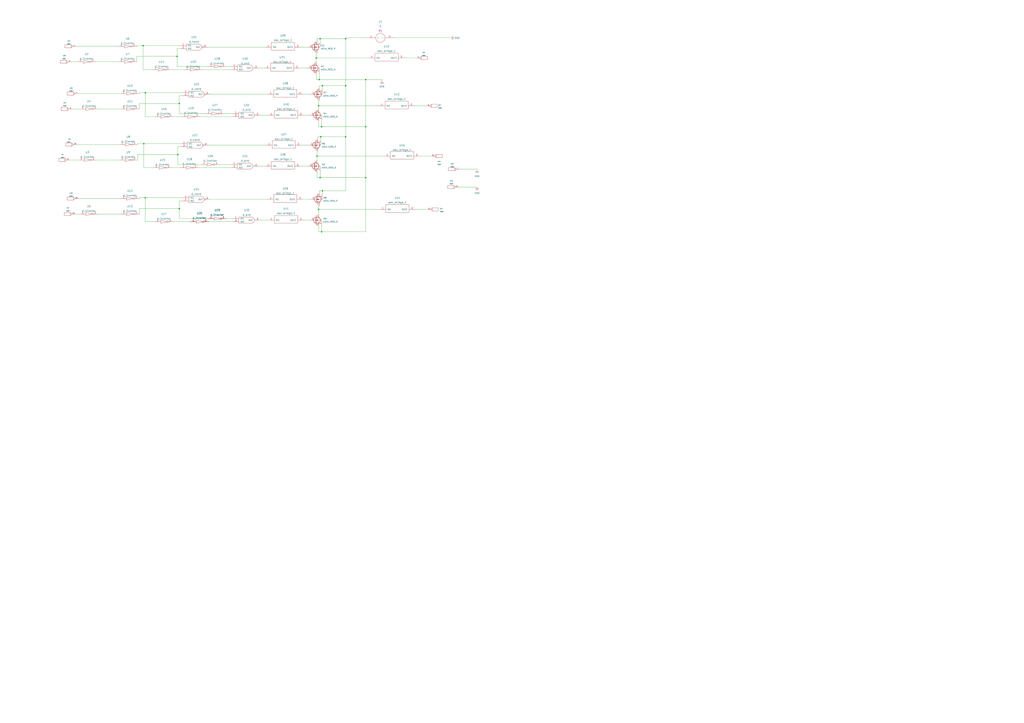
<source format=kicad_sch>
(kicad_sch (version 20211123) (generator eeschema)
  (paper "A1")
  (lib_symbols
    (symbol "eSim_Devices:eSim_MOS_N" (pin_names (offset 0) hide)
      (property "Reference" "M" (at 0 -3.81 0))
      (property "Value" "eSim_MOS_N" (at 2.54 -1.27 0))
      (symbol "eSim_MOS_N_0_1"
        (polyline (pts (xy 3.302 -7.366) (xy 3.302 -6.35)) (stroke (width 0.254)))
        (polyline (pts (xy 3.302 -6.858) (xy 5.08 -6.858)))
        (polyline (pts (xy 3.302 -5.588) (xy 3.302 -4.572)) (stroke (width 0.254)))
        (polyline (pts (xy 3.302 -5.08) (xy 5.08 -5.08)))
        (polyline (pts (xy 3.302 -3.81) (xy 3.302 -2.794)) (stroke (width 0.254)))
        (polyline (pts (xy 3.302 -3.302) (xy 5.08 -3.302)))
        (polyline (pts (xy 5.08 -7.62) (xy 5.08 -6.858)))
        (polyline (pts (xy 5.08 -3.302) (xy 5.08 -2.54)))
        (polyline (pts (xy 2.794 -6.985) (xy 2.794 -3.175) (xy 2.794 -3.175)) (stroke (width 0.254)))
        (polyline (pts (xy 5.08 -5.08) (xy 7.62 -5.08) (xy 7.62 -6.35)))
        (polyline (pts (xy 3.556 -5.08) (xy 4.572 -5.461) (xy 4.572 -4.699) (xy 3.556 -5.08)) (fill (type outline)))
        (circle (center 3.81 -5.08) (radius 2.8194) (stroke (width 0.254)))
      )
      (symbol "eSim_MOS_N_1_1"
        (pin passive line (at 5.08 0 270) (length 2.54) (name "D") (number "1"))
        (pin passive line (at -2.54 -5.08 0) (length 5.334) (name "G") (number "2"))
        (pin passive line (at 5.08 -10.16 90) (length 2.54) (name "S") (number "3"))
        (pin passive line (at 7.62 -8.89 90) (length 2.4892) (name "B") (number "4"))
      )
    )
    (symbol "eSim_Devices:eSim_MOS_P" (pin_names (offset 0) hide)
      (property "Reference" "M" (at -1.27 1.27 0))
      (property "Value" "eSim_MOS_P" (at 1.27 3.81 0))
      (symbol "eSim_MOS_P_0_1"
        (polyline (pts (xy 2.032 -1.778) (xy 3.81 -1.778)))
        (polyline (pts (xy 2.032 -1.27) (xy 2.032 -2.286)) (stroke (width 0.254)))
        (polyline (pts (xy 2.032 0) (xy 3.81 0)))
        (polyline (pts (xy 2.032 0.508) (xy 2.032 -0.508)) (stroke (width 0.254)))
        (polyline (pts (xy 2.032 1.778) (xy 3.81 1.778)))
        (polyline (pts (xy 2.032 2.286) (xy 2.032 1.27)) (stroke (width 0.254)))
        (polyline (pts (xy 3.81 -1.778) (xy 3.81 -2.54)))
        (polyline (pts (xy 3.81 2.54) (xy 3.81 1.778)))
        (polyline (pts (xy 1.524 1.905) (xy 1.524 -1.905) (xy 1.524 -1.905)) (stroke (width 0.254)))
        (polyline (pts (xy 3.81 0) (xy 6.35 0) (xy 6.35 -1.27)))
        (polyline (pts (xy 3.556 0) (xy 2.54 -0.381) (xy 2.54 0.381) (xy 3.556 0)) (fill (type outline)))
        (circle (center 2.54 0) (radius 2.8194) (stroke (width 0.254)))
      )
      (symbol "eSim_MOS_P_1_1"
        (pin passive line (at 3.81 5.08 270) (length 2.54) (name "D") (number "1"))
        (pin passive line (at -3.81 0 0) (length 5.334) (name "G") (number "2"))
        (pin passive line (at 3.81 -5.08 90) (length 2.54) (name "S") (number "3"))
        (pin passive line (at 6.35 -3.81 90) (length 2.54) (name "B") (number "4"))
      )
    )
    (symbol "eSim_Digital:d_and" (pin_names (offset 1.016))
      (property "Reference" "U" (at 0 0 0))
      (property "Value" "d_and" (at 1.27 2.54 0))
      (symbol "d_and_0_1"
        (polyline (pts (xy 3.81 -1.27) (xy -6.35 -1.27) (xy -6.35 3.81) (xy 3.81 3.81)))
        (arc (start 3.81 -1.27) (mid 5.5897 -0.5171) (end 6.35 1.27))
        (arc (start 6.35 1.27) (mid 5.5971 3.0497) (end 3.81 3.81))
      )
      (symbol "d_and_1_1"
        (pin input line (at -11.43 2.54 0) (length 5.08) (name "IN1") (number "1"))
        (pin input line (at -11.43 0 0) (length 5.08) (name "IN2") (number "2"))
        (pin output line (at 11.43 1.27 180) (length 5.08) (name "OUT") (number "3"))
      )
    )
    (symbol "eSim_Digital:d_inverter" (pin_names (offset 1.016))
      (property "Reference" "U" (at 0 -2.54 0))
      (property "Value" "d_inverter" (at 0 3.81 0))
      (symbol "d_inverter_0_1"
        (polyline (pts (xy -2.54 1.27) (xy -2.54 -1.27) (xy 2.54 0) (xy -2.54 1.27)))
      )
      (symbol "d_inverter_1_1"
        (pin input line (at -7.62 0 0) (length 5.08) (name "~") (number "1"))
        (pin output inverted (at 7.62 0 180) (length 5.08) (name "~") (number "2"))
      )
    )
    (symbol "eSim_Digital:d_nand" (pin_names (offset 1.016))
      (property "Reference" "U" (at 0 0 0))
      (property "Value" "d_nand" (at 1.27 2.54 0))
      (symbol "d_nand_0_1"
        (polyline (pts (xy 3.81 -1.27) (xy -6.35 -1.27) (xy -6.35 3.81) (xy 3.81 3.81)))
        (arc (start 3.81 -1.27) (mid 5.5897 -0.5171) (end 6.35 1.27))
        (arc (start 6.35 1.27) (mid 5.5971 3.0497) (end 3.81 3.81))
      )
      (symbol "d_nand_1_1"
        (pin input line (at -11.43 2.54 0) (length 5.08) (name "IN1") (number "1"))
        (pin input line (at -11.43 0 0) (length 5.08) (name "IN2") (number "2"))
        (pin output inverted (at 11.43 1.27 180) (length 5.08) (name "OUT") (number "3"))
      )
    )
    (symbol "eSim_Hybrid:adc_bridge_1" (pin_names (offset 1.016))
      (property "Reference" "U" (at 0 0 0))
      (property "Value" "adc_bridge_1" (at 0 3.81 0))
      (symbol "adc_bridge_1_0_1"
        (rectangle (start -10.16 5.08) (end 8.89 -1.27))
      )
      (symbol "adc_bridge_1_1_1"
        (pin input line (at -15.24 1.27 0) (length 5.08) (name "IN1") (number "1"))
        (pin output line (at 13.97 1.27 180) (length 5.08) (name "OUT1") (number "2"))
      )
    )
    (symbol "eSim_Hybrid:dac_bridge_1" (pin_names (offset 1.016))
      (property "Reference" "U" (at 0 0 0))
      (property "Value" "dac_bridge_1" (at 0 3.81 0))
      (symbol "dac_bridge_1_0_1"
        (rectangle (start -10.16 5.08) (end 8.89 -1.27))
      )
      (symbol "dac_bridge_1_1_1"
        (pin input line (at -15.24 1.27 0) (length 5.08) (name "IN1") (number "1"))
        (pin output line (at 13.97 1.27 180) (length 5.08) (name "OUT1") (number "2"))
      )
    )
    (symbol "eSim_Miscellaneous:PORT" (pin_names (offset 1.016))
      (property "Reference" "U" (at 1.27 2.54 0))
      (property "Value" "PORT" (at 0 0 0))
      (symbol "PORT_0_1"
        (rectangle (start -2.54 1.27) (end 2.54 -1.27))
        (arc (start 2.54 1.27) (mid 3.1355 0.5955) (end 3.81 0))
        (arc (start 3.81 0) (mid 3.1447 -0.6046) (end 2.54 -1.27))
      )
      (symbol "PORT_1_1"
        (pin bidirectional line (at 6.35 0 180) (length 2.54) (name "~") (number "1"))
      )
      (symbol "PORT_2_1"
        (pin bidirectional line (at 6.35 0 180) (length 2.54) (name "~") (number "2"))
      )
      (symbol "PORT_3_1"
        (pin bidirectional line (at 6.35 0 180) (length 2.54) (name "~") (number "3"))
      )
      (symbol "PORT_4_1"
        (pin bidirectional line (at 6.35 0 180) (length 2.54) (name "~") (number "4"))
      )
      (symbol "PORT_5_1"
        (pin bidirectional line (at 6.35 0 180) (length 2.54) (name "~") (number "5"))
      )
      (symbol "PORT_6_1"
        (pin bidirectional line (at 6.35 0 180) (length 2.54) (name "~") (number "6"))
      )
      (symbol "PORT_7_1"
        (pin bidirectional line (at 6.35 0 180) (length 2.54) (name "~") (number "7"))
      )
      (symbol "PORT_8_1"
        (pin bidirectional line (at 6.35 0 180) (length 2.54) (name "~") (number "8"))
      )
      (symbol "PORT_9_1"
        (pin bidirectional line (at 6.35 0 180) (length 2.54) (name "~") (number "9"))
      )
      (symbol "PORT_10_1"
        (pin bidirectional line (at 6.35 0 180) (length 2.54) (name "~") (number "10"))
      )
      (symbol "PORT_11_1"
        (pin bidirectional line (at 6.35 0 180) (length 2.54) (name "~") (number "11"))
      )
      (symbol "PORT_12_1"
        (pin bidirectional line (at 6.35 0 180) (length 2.54) (name "~") (number "12"))
      )
      (symbol "PORT_13_1"
        (pin bidirectional line (at 6.35 0 180) (length 2.54) (name "~") (number "13"))
      )
      (symbol "PORT_14_1"
        (pin bidirectional line (at 6.35 0 180) (length 2.54) (name "~") (number "14"))
      )
      (symbol "PORT_15_1"
        (pin bidirectional line (at 6.35 0 180) (length 2.54) (name "~") (number "15"))
      )
      (symbol "PORT_16_1"
        (pin bidirectional line (at 6.35 0 180) (length 2.54) (name "~") (number "16"))
      )
      (symbol "PORT_17_1"
        (pin bidirectional line (at 6.35 0 180) (length 2.54) (name "~") (number "17"))
      )
      (symbol "PORT_18_1"
        (pin bidirectional line (at 6.35 0 180) (length 2.54) (name "~") (number "18"))
      )
      (symbol "PORT_19_1"
        (pin bidirectional line (at 6.35 0 180) (length 2.54) (name "~") (number "19"))
      )
      (symbol "PORT_20_1"
        (pin bidirectional line (at 6.35 0 180) (length 2.54) (name "~") (number "20"))
      )
      (symbol "PORT_21_1"
        (pin bidirectional line (at 6.35 0 180) (length 2.54) (name "~") (number "21"))
      )
      (symbol "PORT_22_1"
        (pin bidirectional line (at 6.35 0 180) (length 2.54) (name "~") (number "22"))
      )
      (symbol "PORT_23_1"
        (pin bidirectional line (at 6.35 0 180) (length 2.54) (name "~") (number "23"))
      )
      (symbol "PORT_24_1"
        (pin bidirectional line (at 6.35 0 180) (length 2.54) (name "~") (number "24"))
      )
      (symbol "PORT_25_1"
        (pin bidirectional line (at 6.35 0 180) (length 2.54) (name "~") (number "25"))
      )
      (symbol "PORT_26_1"
        (pin bidirectional line (at 6.35 0 180) (length 2.54) (name "~") (number "26"))
      )
    )
    (symbol "eSim_Power:eSim_GND" (power) (pin_names (offset 0))
      (property "Value" "eSim_GND" (at 0 -3.81 0))
      (symbol "eSim_GND_0_1"
        (polyline (pts (xy 0 0) (xy 0 -1.27) (xy 1.27 -1.27) (xy 0 -2.54) (xy -1.27 -1.27) (xy 0 -1.27)))
      )
      (symbol "eSim_GND_1_1"
        (pin power_in line (at 0 0 270) (length 0) hide (name "GND") (number "1"))
      )
    )
    (symbol "eSim_Sources:DC" (pin_names (offset 1.016))
      (property "Reference" "v" (at -5.08 2.54 0))
      (property "Value" "DC" (at -5.08 -1.27 0))
      (property "Footprint" "R1" (at -7.62 0 0))
      (symbol "DC_0_1"
        (circle (center 0 0) (radius 3.81))
      )
      (symbol "DC_1_1"
        (pin power_out line (at 0 11.43 270) (length 7.62) (name "+") (number "1"))
        (pin bidirectional line (at 0 -11.43 90) (length 7.62) (name "-") (number "2"))
      )
    )
  )
  (junction (at 119.38 76.2))
  (junction (at 261.62 86.995))
  (junction (at 118.11 118.11))
  (junction (at 259.715 47.625))
  (junction (at 264.16 104.14))
  (junction (at 147.32 171.45))
  (junction (at 264.795 70.485))
  (junction (at 264.16 190.5))
  (junction (at 260.35 128.27))
  (junction (at 117.475 37.465))
  (junction (at 119.38 162.56))
  (junction (at 264.795 156.845))
  (junction (at 147.32 85.09))
  (junction (at 263.525 112.395))
  (junction (at 283.845 112.395))
  (junction (at 283.845 70.485))
  (junction (at 146.05 127))
  (junction (at 262.255 65.405))
  (junction (at 262.89 146.05))
  (junction (at 261.62 172.085))
  (junction (at 300.355 104.14))
  (junction (at 300.355 146.05))
  (junction (at 262.89 31.75))
  (junction (at 300.355 65.405))
  (junction (at 283.845 31.75))
  (junction (at 145.415 46.355))
  (wire (pts (xy 163.195 137.795) (xy 189.865 137.795)))
  (wire (pts (xy 261.62 190.5) (xy 264.16 190.5)))
  (wire (pts (xy 180.34 135.255) (xy 189.865 135.255)))
  (wire (pts (xy 283.845 31.75) (xy 283.845 70.485)))
  (wire (pts (xy 261.62 86.995) (xy 311.15 86.995)))
  (wire (pts (xy 146.05 120.65) (xy 148.59 120.65)))
  (wire (pts (xy 125.095 57.15) (xy 117.475 57.15)))
  (wire (pts (xy 114.3 171.45) (xy 147.32 171.45)))
  (wire (pts (xy 146.05 135.255) (xy 165.1 135.255)))
  (wire (pts (xy 147.32 165.1) (xy 149.86 165.1)))
  (wire (pts (xy 171.45 182.245) (xy 191.135 182.245)))
  (wire (pts (xy 145.415 40.005) (xy 147.955 40.005)))
  (wire (pts (xy 261.62 104.14) (xy 264.16 104.14)))
  (wire (pts (xy 164.465 95.885) (xy 191.135 95.885)))
  (wire (pts (xy 62.865 118.745) (xy 97.79 118.745)))
  (wire (pts (xy 61.595 175.895) (xy 65.405 175.895)))
  (wire (pts (xy 146.05 135.255) (xy 146.05 127)))
  (wire (pts (xy 80.645 175.895) (xy 99.06 175.895)))
  (wire (pts (xy 260.35 128.27) (xy 260.35 124.46)))
  (wire (pts (xy 323.85 31.115) (xy 370.205 31.115)))
  (wire (pts (xy 264.795 73.66) (xy 264.795 70.485)))
  (wire (pts (xy 112.395 37.465) (xy 112.395 38.1)))
  (wire (pts (xy 259.715 47.625) (xy 259.715 43.815)))
  (wire (pts (xy 260.35 128.27) (xy 315.595 128.27)))
  (wire (pts (xy 340.995 172.085) (xy 351.155 172.085)))
  (wire (pts (xy 147.32 179.705) (xy 147.32 171.45)))
  (wire (pts (xy 118.11 118.11) (xy 113.03 118.11)))
  (wire (pts (xy 112.395 50.8) (xy 112.395 46.355)))
  (wire (pts (xy 283.845 70.485) (xy 283.845 112.395)))
  (wire (pts (xy 300.355 65.405) (xy 300.355 104.14)))
  (wire (pts (xy 249.555 94.615) (xy 254 94.615)))
  (wire (pts (xy 263.525 112.395) (xy 260.985 112.395)))
  (wire (pts (xy 113.03 127) (xy 146.05 127)))
  (wire (pts (xy 148.59 118.11) (xy 118.11 118.11)))
  (wire (pts (xy 170.815 38.735) (xy 217.805 38.735)))
  (wire (pts (xy 80.645 89.535) (xy 99.06 89.535)))
  (wire (pts (xy 260.35 141.605) (xy 260.35 146.05)))
  (wire (pts (xy 247.65 119.38) (xy 253.365 119.38)))
  (wire (pts (xy 125.73 137.795) (xy 118.11 137.795)))
  (wire (pts (xy 262.89 31.75) (xy 260.35 31.75)))
  (wire (pts (xy 117.475 37.465) (xy 112.395 37.465)))
  (wire (pts (xy 261.62 89.535) (xy 261.62 86.995)))
  (wire (pts (xy 264.16 104.14) (xy 300.355 104.14)))
  (wire (pts (xy 283.845 31.115) (xy 283.845 31.75)))
  (wire (pts (xy 213.995 94.615) (xy 220.345 94.615)))
  (wire (pts (xy 300.355 146.05) (xy 300.355 190.5)))
  (wire (pts (xy 119.38 76.2) (xy 114.3 76.2)))
  (wire (pts (xy 146.05 127) (xy 146.05 120.65)))
  (wire (pts (xy 127 95.885) (xy 119.38 95.885)))
  (wire (pts (xy 142.24 95.885) (xy 149.225 95.885)))
  (wire (pts (xy 261.62 186.055) (xy 261.62 190.5)))
  (wire (pts (xy 145.415 54.61) (xy 145.415 46.355)))
  (wire (pts (xy 172.72 163.83) (xy 219.71 163.83)))
  (wire (pts (xy 262.255 156.845) (xy 262.255 158.75)))
  (wire (pts (xy 118.11 137.795) (xy 118.11 118.11)))
  (wire (pts (xy 261.62 172.085) (xy 311.785 172.085)))
  (wire (pts (xy 261.62 86.995) (xy 261.62 82.55)))
  (wire (pts (xy 264.16 104.14) (xy 264.16 98.425)))
  (wire (pts (xy 79.375 131.445) (xy 97.79 131.445)))
  (wire (pts (xy 113.03 131.445) (xy 113.03 127)))
  (wire (pts (xy 264.795 70.485) (xy 262.255 70.485)))
  (wire (pts (xy 147.32 85.09) (xy 147.32 78.74)))
  (wire (pts (xy 261.62 175.895) (xy 261.62 172.085)))
  (wire (pts (xy 114.3 85.09) (xy 147.32 85.09)))
  (wire (pts (xy 248.92 77.47) (xy 254.635 77.47)))
  (wire (pts (xy 300.355 104.14) (xy 300.355 146.05)))
  (wire (pts (xy 332.105 47.625) (xy 342.265 47.625)))
  (wire (pts (xy 145.415 46.355) (xy 145.415 40.005)))
  (wire (pts (xy 259.715 60.96) (xy 259.715 65.405)))
  (wire (pts (xy 260.985 112.395) (xy 260.985 114.3)))
  (wire (pts (xy 149.86 76.2) (xy 119.38 76.2)))
  (wire (pts (xy 300.99 31.115) (xy 283.845 31.115)))
  (wire (pts (xy 64.135 76.835) (xy 99.06 76.835)))
  (wire (pts (xy 261.62 99.695) (xy 261.62 104.14)))
  (wire (pts (xy 259.715 65.405) (xy 262.255 65.405)))
  (wire (pts (xy 247.015 38.735) (xy 252.73 38.735)))
  (wire (pts (xy 391.795 139.065) (xy 377.19 139.065)))
  (wire (pts (xy 78.74 50.8) (xy 97.155 50.8)))
  (wire (pts (xy 261.62 82.55) (xy 262.255 82.55)))
  (wire (pts (xy 114.3 89.535) (xy 114.3 85.09)))
  (wire (pts (xy 212.725 136.525) (xy 217.805 136.525)))
  (wire (pts (xy 59.055 89.535) (xy 65.405 89.535)))
  (wire (pts (xy 344.805 128.27) (xy 354.33 128.27)))
  (wire (pts (xy 62.23 38.1) (xy 97.155 38.1)))
  (wire (pts (xy 261.62 172.085) (xy 261.62 168.91)))
  (wire (pts (xy 119.38 95.885) (xy 119.38 76.2)))
  (wire (pts (xy 212.725 55.88) (xy 217.17 55.88)))
  (wire (pts (xy 249.555 180.975) (xy 254 180.975)))
  (wire (pts (xy 340.36 86.995) (xy 350.52 86.995)))
  (wire (pts (xy 113.03 118.11) (xy 113.03 118.745)))
  (wire (pts (xy 114.3 76.2) (xy 114.3 76.835)))
  (wire (pts (xy 264.795 160.02) (xy 264.795 156.845)))
  (wire (pts (xy 263.525 112.395) (xy 283.845 112.395)))
  (wire (pts (xy 140.97 137.795) (xy 147.955 137.795)))
  (wire (pts (xy 142.24 182.245) (xy 156.21 182.245)))
  (wire (pts (xy 166.37 57.15) (xy 189.865 57.15)))
  (wire (pts (xy 262.255 70.485) (xy 262.255 72.39)))
  (wire (pts (xy 57.15 131.445) (xy 64.135 131.445)))
  (wire (pts (xy 58.42 50.8) (xy 63.5 50.8)))
  (wire (pts (xy 117.475 57.15) (xy 117.475 37.465)))
  (wire (pts (xy 261.62 168.91) (xy 262.255 168.91)))
  (wire (pts (xy 119.38 162.56) (xy 114.3 162.56)))
  (wire (pts (xy 64.135 163.195) (xy 99.06 163.195)))
  (wire (pts (xy 172.72 77.47) (xy 219.71 77.47)))
  (wire (pts (xy 283.845 112.395) (xy 283.845 156.845)))
  (wire (pts (xy 140.335 57.15) (xy 151.13 57.15)))
  (wire (pts (xy 313.69 66.675) (xy 313.69 65.405)))
  (wire (pts (xy 184.15 93.345) (xy 191.135 93.345)))
  (wire (pts (xy 145.415 54.61) (xy 170.815 54.61)))
  (wire (pts (xy 127 182.245) (xy 119.38 182.245)))
  (wire (pts (xy 259.715 50.8) (xy 259.715 47.625)))
  (wire (pts (xy 376.555 153.67) (xy 391.795 153.67)))
  (wire (pts (xy 262.255 65.405) (xy 262.255 59.69)))
  (wire (pts (xy 262.89 31.75) (xy 283.845 31.75)))
  (wire (pts (xy 313.69 65.405) (xy 300.355 65.405)))
  (wire (pts (xy 147.32 179.705) (xy 170.815 179.705)))
  (wire (pts (xy 149.86 162.56) (xy 119.38 162.56)))
  (wire (pts (xy 260.35 31.75) (xy 260.35 33.655)))
  (wire (pts (xy 186.055 54.61) (xy 189.865 54.61)))
  (wire (pts (xy 283.845 156.845) (xy 264.795 156.845)))
  (wire (pts (xy 260.35 124.46) (xy 260.985 124.46)))
  (wire (pts (xy 264.795 156.845) (xy 262.255 156.845)))
  (wire (pts (xy 246.38 55.88) (xy 252.095 55.88)))
  (wire (pts (xy 300.355 190.5) (xy 264.16 190.5)))
  (wire (pts (xy 114.3 175.895) (xy 114.3 171.45)))
  (wire (pts (xy 186.055 179.705) (xy 191.135 179.705)))
  (wire (pts (xy 391.795 139.7) (xy 391.795 139.065)))
  (wire (pts (xy 248.92 163.83) (xy 254.635 163.83)))
  (wire (pts (xy 171.45 119.38) (xy 218.44 119.38)))
  (wire (pts (xy 147.32 93.345) (xy 168.91 93.345)))
  (wire (pts (xy 264.795 70.485) (xy 283.845 70.485)))
  (wire (pts (xy 262.89 146.05) (xy 262.89 140.335)))
  (wire (pts (xy 262.89 34.925) (xy 262.89 31.75)))
  (wire (pts (xy 262.255 65.405) (xy 300.355 65.405)))
  (wire (pts (xy 119.38 182.245) (xy 119.38 162.56)))
  (wire (pts (xy 247.015 136.525) (xy 252.73 136.525)))
  (wire (pts (xy 147.32 93.345) (xy 147.32 85.09)))
  (wire (pts (xy 147.955 37.465) (xy 117.475 37.465)))
  (wire (pts (xy 259.715 47.625) (xy 302.895 47.625)))
  (wire (pts (xy 260.35 146.05) (xy 262.89 146.05)))
  (wire (pts (xy 114.3 162.56) (xy 114.3 163.195)))
  (wire (pts (xy 112.395 46.355) (xy 145.415 46.355)))
  (wire (pts (xy 259.715 43.815) (xy 260.35 43.815)))
  (wire (pts (xy 147.32 78.74) (xy 149.86 78.74)))
  (wire (pts (xy 264.16 190.5) (xy 264.16 184.785)))
  (wire (pts (xy 263.525 115.57) (xy 263.525 112.395)))
  (wire (pts (xy 262.89 146.05) (xy 300.355 146.05)))
  (wire (pts (xy 213.995 180.975) (xy 220.345 180.975)))
  (wire (pts (xy 147.32 171.45) (xy 147.32 165.1)))
  (wire (pts (xy 260.35 131.445) (xy 260.35 128.27)))
  (symbol (lib_id "eSim_Devices:eSim_MOS_P") (at 256.54 38.735 0) (mirror x) (unit 1)
    (property "Reference" "M3" (at 263.525 37.4649 0) (effects (justify left)))
    (property "Value" "eSim_MOS_P" (at 263.525 40.0049 0) (effects (justify left)))
  )
  (symbol (lib_id "eSim_Hybrid:dac_bridge_1") (at 234.95 78.74 0) (unit 1)
    (property "Reference" "U38" (at 234.315 68.58 0) (effects (font (size 1.524 1.524))))
    (property "Value" "dac_bridge_1" (at 234.315 72.39 0) (effects (font (size 1.524 1.524))))
  )
  (symbol (lib_id "eSim_Miscellaneous:PORT") (at 357.505 172.085 0) (mirror y) (unit 11)
    (property "Reference" "U1" (at 361.315 171.45 0) (effects (font (size 0.762 0.762)) (justify right)))
    (property "Value" "PORT" (at 361.315 173.99 0) (effects (font (size 0.762 0.762)) (justify right)))
  )
  (symbol (lib_id "eSim_Sources:DC") (at 312.42 31.115 90) (unit 1)
    (property "Reference" "v1" (at 312.42 17.78 90) (effects (font (size 1.524 1.524))))
    (property "Value" "5" (at 312.42 21.59 90) (effects (font (size 1.524 1.524))))
    (property "Footprint" "R1" (at 312.42 25.4 90) (effects (font (size 1.524 1.524))))
  )
  (symbol (lib_id "eSim_Hybrid:dac_bridge_1") (at 233.045 137.795 0) (unit 1)
    (property "Reference" "U36" (at 232.41 127 0) (effects (font (size 1.524 1.524))))
    (property "Value" "dac_bridge_1" (at 232.41 130.81 0) (effects (font (size 1.524 1.524))))
  )
  (symbol (lib_id "eSim_Miscellaneous:PORT") (at 52.705 89.535 0) (unit 5)
    (property "Reference" "U1" (at 53.34 84.455 0) (effects (font (size 0.762 0.762))))
    (property "Value" "PORT" (at 53.34 86.995 0) (effects (font (size 0.762 0.762))))
  )
  (symbol (lib_id "eSim_Power:eSim_GND") (at 313.69 66.675 0) (unit 1)
    (property "Reference" "#PWR01" (effects hide))
    (property "Value" "eSim_GND" (at 313.69 71.12 0))
  )
  (symbol (lib_id "eSim_Devices:eSim_MOS_P") (at 258.445 163.83 0) (mirror x) (unit 1)
    (property "Reference" "M8" (at 265.43 162.5599 0) (effects (justify left)))
    (property "Value" "eSim_MOS_P" (at 265.43 165.0999 0) (effects (justify left)))
  )
  (symbol (lib_id "eSim_Miscellaneous:PORT") (at 370.205 153.67 0) (unit 14)
    (property "Reference" "U1" (at 370.84 148.59 0) (effects (font (size 0.762 0.762))))
    (property "Value" "PORT" (at 370.84 151.13 0) (effects (font (size 0.762 0.762))))
  )
  (symbol (lib_id "eSim_Digital:d_inverter") (at 104.775 38.1 0) (unit 1)
    (property "Reference" "U6" (at 104.775 31.75 0) (effects (font (size 1.524 1.524))))
    (property "Value" "d_inverter" (at 104.775 35.56 0) (effects (font (size 1.524 1.524))))
  )
  (symbol (lib_id "eSim_Digital:d_inverter") (at 105.41 118.745 0) (unit 1)
    (property "Reference" "U8" (at 105.41 112.395 0) (effects (font (size 1.524 1.524))))
    (property "Value" "d_inverter" (at 105.41 116.205 0) (effects (font (size 1.524 1.524))))
  )
  (symbol (lib_id "eSim_Digital:d_nand") (at 159.385 40.005 0) (unit 1)
    (property "Reference" "U21" (at 159.385 30.48 0) (effects (font (size 1.524 1.524))))
    (property "Value" "d_nand" (at 159.385 34.29 0) (effects (font (size 1.524 1.524))))
  )
  (symbol (lib_id "eSim_Digital:d_inverter") (at 156.845 95.885 0) (unit 1)
    (property "Reference" "U19" (at 156.845 88.9 0) (effects (font (size 1.524 1.524))))
    (property "Value" "d_inverter" (at 156.845 92.71 0) (effects (font (size 1.524 1.524))))
  )
  (symbol (lib_id "eSim_Hybrid:adc_bridge_1") (at 326.39 88.265 0) (unit 1)
    (property "Reference" "U43" (at 325.755 77.47 0) (effects (font (size 1.524 1.524))))
    (property "Value" "adc_bridge_1" (at 325.755 81.28 0) (effects (font (size 1.524 1.524))))
  )
  (symbol (lib_id "eSim_Digital:d_inverter") (at 104.775 50.8 0) (unit 1)
    (property "Reference" "U7" (at 104.775 44.45 0) (effects (font (size 1.524 1.524))))
    (property "Value" "d_inverter" (at 104.775 48.26 0) (effects (font (size 1.524 1.524))))
  )
  (symbol (lib_id "eSim_Digital:d_and") (at 201.295 137.795 0) (unit 1)
    (property "Reference" "U31" (at 201.295 128.27 0) (effects (font (size 1.524 1.524))))
    (property "Value" "d_and" (at 201.295 132.08 0) (effects (font (size 1.524 1.524))))
  )
  (symbol (lib_id "eSim_Miscellaneous:PORT") (at 55.245 175.895 0) (unit 12)
    (property "Reference" "U1" (at 55.88 170.815 0) (effects (font (size 0.762 0.762))))
    (property "Value" "PORT" (at 55.88 173.355 0) (effects (font (size 0.762 0.762))))
  )
  (symbol (lib_id "eSim_Digital:d_inverter") (at 158.75 57.15 0) (unit 1)
    (property "Reference" "U20" (at 158.75 50.8 0) (effects (font (size 1.524 1.524))))
    (property "Value" "d_inverter" (at 158.75 54.61 0) (effects (font (size 1.524 1.524))))
  )
  (symbol (lib_id "eSim_Miscellaneous:PORT") (at 56.515 118.745 0) (unit 10)
    (property "Reference" "U1" (at 57.15 114.3 0) (effects (font (size 0.762 0.762))))
    (property "Value" "PORT" (at 56.515 116.84 0) (effects (font (size 0.762 0.762))))
  )
  (symbol (lib_id "eSim_Hybrid:adc_bridge_1") (at 318.135 48.895 0) (unit 1)
    (property "Reference" "U42" (at 317.5 38.1 0) (effects (font (size 1.524 1.524))))
    (property "Value" "adc_bridge_1" (at 317.5 41.91 0) (effects (font (size 1.524 1.524))))
  )
  (symbol (lib_id "eSim_Devices:eSim_MOS_N") (at 254.635 50.8 0) (unit 1)
    (property "Reference" "M1" (at 263.525 54.6099 0) (effects (justify left)))
    (property "Value" "eSim_MOS_N" (at 263.525 57.1499 0) (effects (justify left)))
  )
  (symbol (lib_id "eSim_Digital:d_inverter") (at 73.025 89.535 0) (unit 1)
    (property "Reference" "U4" (at 73.025 83.185 0) (effects (font (size 1.524 1.524))))
    (property "Value" "d_inverter" (at 73.025 86.995 0) (effects (font (size 1.524 1.524))))
  )
  (symbol (lib_id "eSim_Miscellaneous:PORT") (at 57.785 76.835 0) (unit 4)
    (property "Reference" "U1" (at 58.42 72.39 0) (effects (font (size 0.762 0.762))))
    (property "Value" "PORT" (at 58.42 74.93 0) (effects (font (size 0.762 0.762))))
  )
  (symbol (lib_id "eSim_Digital:d_inverter") (at 163.83 182.245 0) (unit 1)
    (property "Reference" "U25" (at 163.83 175.26 0) (effects (font (size 1.524 1.524))))
    (property "Value" "d_inverter" (at 163.83 179.07 0) (effects (font (size 1.524 1.524))))
  )
  (symbol (lib_id "eSim_Miscellaneous:PORT") (at 356.87 86.995 0) (mirror y) (unit 6)
    (property "Reference" "U1" (at 360.045 86.36 0) (effects (font (size 0.762 0.762)) (justify right)))
    (property "Value" "PORT" (at 360.045 88.9 0) (effects (font (size 0.762 0.762)) (justify right)))
  )
  (symbol (lib_id "eSim_Digital:d_and") (at 202.565 95.885 0) (unit 1)
    (property "Reference" "U32" (at 202.565 86.36 0) (effects (font (size 1.524 1.524))))
    (property "Value" "d_and" (at 202.565 90.17 0) (effects (font (size 1.524 1.524))))
  )
  (symbol (lib_id "eSim_Digital:d_inverter") (at 178.435 54.61 0) (unit 1)
    (property "Reference" "U28" (at 178.435 48.26 0) (effects (font (size 1.524 1.524))))
    (property "Value" "d_inverter" (at 178.435 52.07 0) (effects (font (size 1.524 1.524))))
  )
  (symbol (lib_id "eSim_Digital:d_inverter") (at 71.12 50.8 0) (unit 1)
    (property "Reference" "U2" (at 71.12 44.45 0) (effects (font (size 1.524 1.524))))
    (property "Value" "d_inverter" (at 71.12 48.26 0) (effects (font (size 1.524 1.524))))
  )
  (symbol (lib_id "eSim_Miscellaneous:PORT") (at 55.88 38.1 0) (unit 1)
    (property "Reference" "U1" (at 56.515 33.655 0) (effects (font (size 0.762 0.762))))
    (property "Value" "PORT" (at 56.515 36.195 0) (effects (font (size 0.762 0.762))))
  )
  (symbol (lib_id "eSim_Miscellaneous:PORT") (at 52.07 50.8 0) (unit 2)
    (property "Reference" "U1" (at 52.705 45.72 0) (effects (font (size 0.762 0.762))))
    (property "Value" "PORT" (at 52.705 48.26 0) (effects (font (size 0.762 0.762))))
  )
  (symbol (lib_id "eSim_Digital:d_nand") (at 161.29 165.1 0) (unit 1)
    (property "Reference" "U24" (at 161.29 155.575 0) (effects (font (size 1.524 1.524))))
    (property "Value" "d_nand" (at 161.29 159.385 0) (effects (font (size 1.524 1.524))))
  )
  (symbol (lib_id "eSim_Digital:d_inverter") (at 73.025 175.895 0) (unit 1)
    (property "Reference" "U5" (at 73.025 169.545 0) (effects (font (size 1.524 1.524))))
    (property "Value" "d_inverter" (at 73.025 173.355 0) (effects (font (size 1.524 1.524))))
  )
  (symbol (lib_id "eSim_Digital:d_inverter") (at 106.68 76.835 0) (unit 1)
    (property "Reference" "U10" (at 106.68 70.485 0) (effects (font (size 1.524 1.524))))
    (property "Value" "d_inverter" (at 106.68 74.295 0) (effects (font (size 1.524 1.524))))
  )
  (symbol (lib_id "eSim_Hybrid:dac_bridge_1") (at 234.95 165.1 0) (unit 1)
    (property "Reference" "U39" (at 234.315 154.94 0) (effects (font (size 1.524 1.524))))
    (property "Value" "dac_bridge_1" (at 234.315 158.75 0) (effects (font (size 1.524 1.524))))
  )
  (symbol (lib_id "eSim_Digital:d_inverter") (at 176.53 93.345 0) (unit 1)
    (property "Reference" "U27" (at 176.53 86.36 0) (effects (font (size 1.524 1.524))))
    (property "Value" "d_inverter" (at 176.53 90.17 0) (effects (font (size 1.524 1.524))))
  )
  (symbol (lib_id "eSim_Digital:d_inverter") (at 172.72 135.255 0) (unit 1)
    (property "Reference" "U26" (at 172.72 128.27 0) (effects (font (size 1.524 1.524))))
    (property "Value" "d_inverter" (at 172.72 132.08 0) (effects (font (size 1.524 1.524))))
  )
  (symbol (lib_id "eSim_Hybrid:adc_bridge_1") (at 327.025 173.355 0) (unit 1)
    (property "Reference" "U44" (at 326.39 162.56 0) (effects (font (size 1.524 1.524))))
    (property "Value" "adc_bridge_1" (at 326.39 166.37 0) (effects (font (size 1.524 1.524))))
  )
  (symbol (lib_id "eSim_Miscellaneous:PORT") (at 360.68 128.27 0) (mirror y) (unit 8)
    (property "Reference" "U1" (at 359.41 132.715 0) (effects (font (size 0.762 0.762)) (justify right)))
    (property "Value" "PORT" (at 359.41 135.255 0) (effects (font (size 0.762 0.762)) (justify right)))
  )
  (symbol (lib_id "eSim_Hybrid:dac_bridge_1") (at 232.41 57.15 0) (unit 1)
    (property "Reference" "U34" (at 231.775 46.99 0) (effects (font (size 1.524 1.524))))
    (property "Value" "dac_bridge_1" (at 231.775 50.8 0) (effects (font (size 1.524 1.524))))
  )
  (symbol (lib_id "eSim_Devices:eSim_MOS_N") (at 256.54 175.895 0) (unit 1)
    (property "Reference" "M5" (at 265.43 179.7049 0) (effects (justify left)))
    (property "Value" "eSim_MOS_N" (at 265.43 182.2449 0) (effects (justify left)))
  )
  (symbol (lib_id "eSim_Digital:d_inverter") (at 134.62 95.885 0) (unit 1)
    (property "Reference" "U16" (at 134.62 89.535 0) (effects (font (size 1.524 1.524))))
    (property "Value" "d_inverter" (at 134.62 93.345 0) (effects (font (size 1.524 1.524))))
  )
  (symbol (lib_id "eSim_Miscellaneous:PORT") (at 370.84 139.065 0) (unit 7)
    (property "Reference" "U1" (at 371.475 134.62 0) (effects (font (size 0.762 0.762))))
    (property "Value" "PORT" (at 371.475 137.16 0) (effects (font (size 0.762 0.762))))
  )
  (symbol (lib_id "eSim_Digital:d_nand") (at 161.29 78.74 0) (unit 1)
    (property "Reference" "U23" (at 161.29 69.215 0) (effects (font (size 1.524 1.524))))
    (property "Value" "d_nand" (at 161.29 73.025 0) (effects (font (size 1.524 1.524))))
  )
  (symbol (lib_id "eSim_Miscellaneous:PORT") (at 50.8 131.445 0) (unit 9)
    (property "Reference" "U1" (at 51.435 127 0) (effects (font (size 0.762 0.762))))
    (property "Value" "PORT" (at 51.435 129.54 0) (effects (font (size 0.762 0.762))))
  )
  (symbol (lib_id "eSim_Digital:d_inverter") (at 106.68 175.895 0) (unit 1)
    (property "Reference" "U13" (at 106.68 169.545 0) (effects (font (size 1.524 1.524))))
    (property "Value" "d_inverter" (at 106.68 173.355 0) (effects (font (size 1.524 1.524))))
  )
  (symbol (lib_id "eSim_Hybrid:dac_bridge_1") (at 233.68 120.65 0) (unit 1)
    (property "Reference" "U37" (at 233.045 110.49 0) (effects (font (size 1.524 1.524))))
    (property "Value" "dac_bridge_1" (at 233.045 114.3 0) (effects (font (size 1.524 1.524))))
  )
  (symbol (lib_id "eSim_Miscellaneous:PORT") (at 348.615 47.625 0) (mirror y) (unit 3)
    (property "Reference" "U1" (at 347.98 43.18 0) (effects (font (size 0.762 0.762))))
    (property "Value" "PORT" (at 347.98 45.72 0) (effects (font (size 0.762 0.762))))
  )
  (symbol (lib_id "eSim_Hybrid:dac_bridge_1") (at 235.585 182.245 0) (unit 1)
    (property "Reference" "U41" (at 234.95 171.45 0) (effects (font (size 1.524 1.524))))
    (property "Value" "dac_bridge_1" (at 234.95 175.26 0) (effects (font (size 1.524 1.524))))
  )
  (symbol (lib_id "eSim_Digital:d_inverter") (at 178.435 179.705 0) (unit 1)
    (property "Reference" "U29" (at 178.435 172.72 0) (effects (font (size 1.524 1.524))))
    (property "Value" "d_inverter" (at 178.435 176.53 0) (effects (font (size 1.524 1.524))))
  )
  (symbol (lib_id "eSim_Digital:d_inverter") (at 71.755 131.445 0) (unit 1)
    (property "Reference" "U3" (at 71.755 125.095 0) (effects (font (size 1.524 1.524))))
    (property "Value" "d_inverter" (at 71.755 128.905 0) (effects (font (size 1.524 1.524))))
  )
  (symbol (lib_id "eSim_Hybrid:adc_bridge_1") (at 330.835 129.54 0) (unit 1)
    (property "Reference" "U45" (at 330.2 119.38 0) (effects (font (size 1.524 1.524))))
    (property "Value" "adc_bridge_1" (at 330.2 123.19 0) (effects (font (size 1.524 1.524))))
  )
  (symbol (lib_id "eSim_Power:eSim_GND") (at 391.795 139.7 0) (unit 1)
    (property "Reference" "#PWR03" (effects hide))
    (property "Value" "eSim_GND" (at 391.795 144.78 0))
  )
  (symbol (lib_id "eSim_Digital:d_inverter") (at 106.68 89.535 0) (unit 1)
    (property "Reference" "U11" (at 106.68 83.185 0) (effects (font (size 1.524 1.524))))
    (property "Value" "d_inverter" (at 106.68 86.995 0) (effects (font (size 1.524 1.524))))
  )
  (symbol (lib_id "eSim_Devices:eSim_MOS_N") (at 256.54 89.535 0) (unit 1)
    (property "Reference" "M4" (at 265.43 93.3449 0) (effects (justify left)))
    (property "Value" "eSim_MOS_N" (at 265.43 95.8849 0) (effects (justify left)))
  )
  (symbol (lib_id "eSim_Digital:d_inverter") (at 105.41 131.445 0) (unit 1)
    (property "Reference" "U9" (at 105.41 125.095 0) (effects (font (size 1.524 1.524))))
    (property "Value" "d_inverter" (at 105.41 128.905 0) (effects (font (size 1.524 1.524))))
  )
  (symbol (lib_id "eSim_Digital:d_nand") (at 160.02 120.65 0) (unit 1)
    (property "Reference" "U22" (at 160.02 111.125 0) (effects (font (size 1.524 1.524))))
    (property "Value" "d_nand" (at 160.02 114.935 0) (effects (font (size 1.524 1.524))))
  )
  (symbol (lib_id "eSim_Digital:d_inverter") (at 155.575 137.795 0) (unit 1)
    (property "Reference" "U18" (at 155.575 130.81 0) (effects (font (size 1.524 1.524))))
    (property "Value" "d_inverter" (at 155.575 134.62 0) (effects (font (size 1.524 1.524))))
  )
  (symbol (lib_id "eSim_Hybrid:dac_bridge_1") (at 233.045 40.005 0) (unit 1)
    (property "Reference" "U35" (at 232.41 29.21 0) (effects (font (size 1.524 1.524))))
    (property "Value" "dac_bridge_1" (at 232.41 33.02 0) (effects (font (size 1.524 1.524))))
  )
  (symbol (lib_id "eSim_Devices:eSim_MOS_P") (at 257.175 119.38 0) (mirror x) (unit 1)
    (property "Reference" "M6" (at 264.16 118.1099 0) (effects (justify left)))
    (property "Value" "eSim_MOS_P" (at 264.16 120.6499 0) (effects (justify left)))
  )
  (symbol (lib_id "eSim_Digital:d_inverter") (at 106.68 163.195 0) (unit 1)
    (property "Reference" "U12" (at 106.68 156.845 0) (effects (font (size 1.524 1.524))))
    (property "Value" "d_inverter" (at 106.68 160.655 0) (effects (font (size 1.524 1.524))))
  )
  (symbol (lib_id "eSim_Devices:eSim_MOS_P") (at 258.445 77.47 0) (mirror x) (unit 1)
    (property "Reference" "M7" (at 265.43 76.1999 0) (effects (justify left)))
    (property "Value" "eSim_MOS_P" (at 265.43 78.7399 0) (effects (justify left)))
  )
  (symbol (lib_id "eSim_Digital:d_inverter") (at 132.715 57.15 0) (unit 1)
    (property "Reference" "U14" (at 132.715 50.8 0) (effects (font (size 1.524 1.524))))
    (property "Value" "d_inverter" (at 132.715 54.61 0) (effects (font (size 1.524 1.524))))
  )
  (symbol (lib_id "eSim_Miscellaneous:PORT") (at 57.785 163.195 0) (unit 13)
    (property "Reference" "U1" (at 58.42 158.75 0) (effects (font (size 0.762 0.762))))
    (property "Value" "PORT" (at 58.42 161.29 0) (effects (font (size 0.762 0.762))))
  )
  (symbol (lib_id "eSim_Digital:d_inverter") (at 133.35 137.795 0) (unit 1)
    (property "Reference" "U15" (at 133.35 131.445 0) (effects (font (size 1.524 1.524))))
    (property "Value" "d_inverter" (at 133.35 135.255 0) (effects (font (size 1.524 1.524))))
  )
  (symbol (lib_id "eSim_Power:eSim_GND") (at 391.795 153.67 0) (unit 1)
    (property "Reference" "#PWR04" (effects hide))
    (property "Value" "eSim_GND" (at 391.795 158.75 0))
  )
  (symbol (lib_id "eSim_Power:eSim_GND") (at 370.205 31.115 90) (unit 1)
    (property "Reference" "#PWR02" (effects hide))
    (property "Value" "eSim_GND" (at 373.38 31.1149 90) (effects (justify right)))
  )
  (symbol (lib_id "eSim_Devices:eSim_MOS_N") (at 255.27 131.445 0) (unit 1)
    (property "Reference" "M2" (at 264.16 135.2549 0) (effects (justify left)))
    (property "Value" "eSim_MOS_N" (at 264.16 137.7949 0) (effects (justify left)))
  )
  (symbol (lib_id "eSim_Digital:d_and") (at 201.295 57.15 0) (unit 1)
    (property "Reference" "U30" (at 201.295 48.26 0) (effects (font (size 1.524 1.524))))
    (property "Value" "d_and" (at 201.295 52.07 0) (effects (font (size 1.524 1.524))))
  )
  (symbol (lib_id "eSim_Hybrid:dac_bridge_1") (at 235.585 95.885 0) (unit 1)
    (property "Reference" "U40" (at 234.95 85.725 0) (effects (font (size 1.524 1.524))))
    (property "Value" "dac_bridge_1" (at 234.95 89.535 0) (effects (font (size 1.524 1.524))))
  )
  (symbol (lib_id "eSim_Digital:d_and") (at 202.565 182.245 0) (unit 1)
    (property "Reference" "U33" (at 202.565 172.72 0) (effects (font (size 1.524 1.524))))
    (property "Value" "d_and" (at 202.565 176.53 0) (effects (font (size 1.524 1.524))))
  )
  (symbol (lib_id "eSim_Digital:d_inverter") (at 134.62 182.245 0) (unit 1)
    (property "Reference" "U17" (at 134.62 175.895 0) (effects (font (size 1.524 1.524))))
    (property "Value" "d_inverter" (at 134.62 179.705 0) (effects (font (size 1.524 1.524))))
  )
)
</source>
